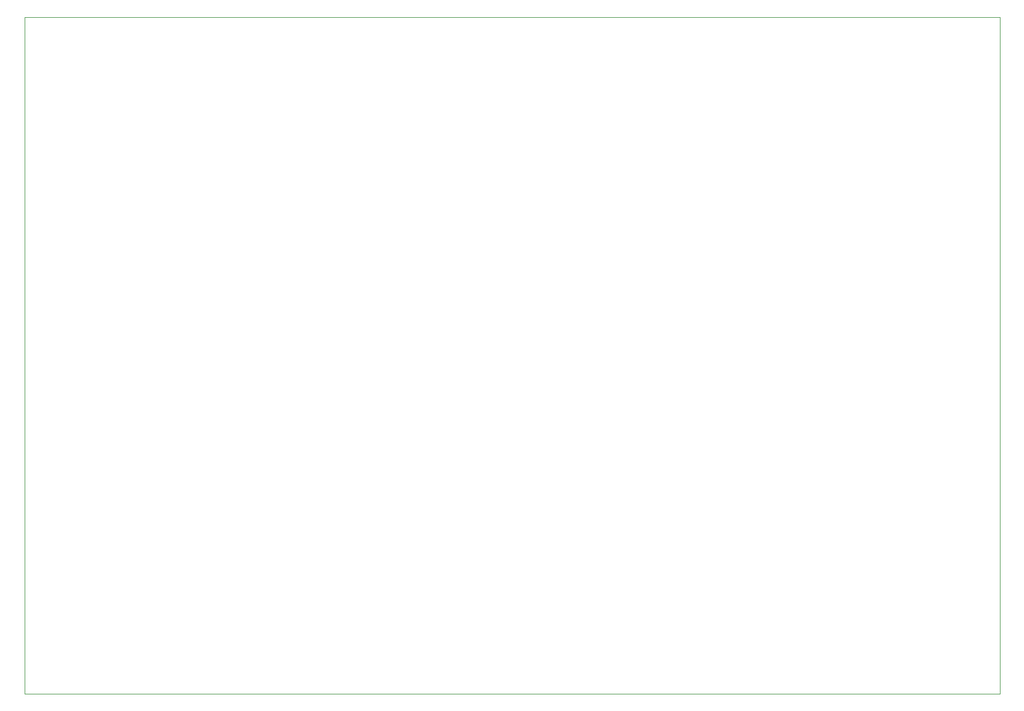
<source format=gbr>
%TF.GenerationSoftware,KiCad,Pcbnew,8.0.3*%
%TF.CreationDate,2024-07-13T16:10:20+00:00*%
%TF.ProjectId,jacuzzi,6a616375-7a7a-4692-9e6b-696361645f70,rev?*%
%TF.SameCoordinates,Original*%
%TF.FileFunction,Profile,NP*%
%FSLAX46Y46*%
G04 Gerber Fmt 4.6, Leading zero omitted, Abs format (unit mm)*
G04 Created by KiCad (PCBNEW 8.0.3) date 2024-07-13 16:10:20*
%MOMM*%
%LPD*%
G01*
G04 APERTURE LIST*
%TA.AperFunction,Profile*%
%ADD10C,0.050000*%
%TD*%
G04 APERTURE END LIST*
D10*
X70810000Y-41500000D02*
X214810000Y-41500000D01*
X214810000Y-141500000D01*
X70810000Y-141500000D01*
X70810000Y-41500000D01*
M02*

</source>
